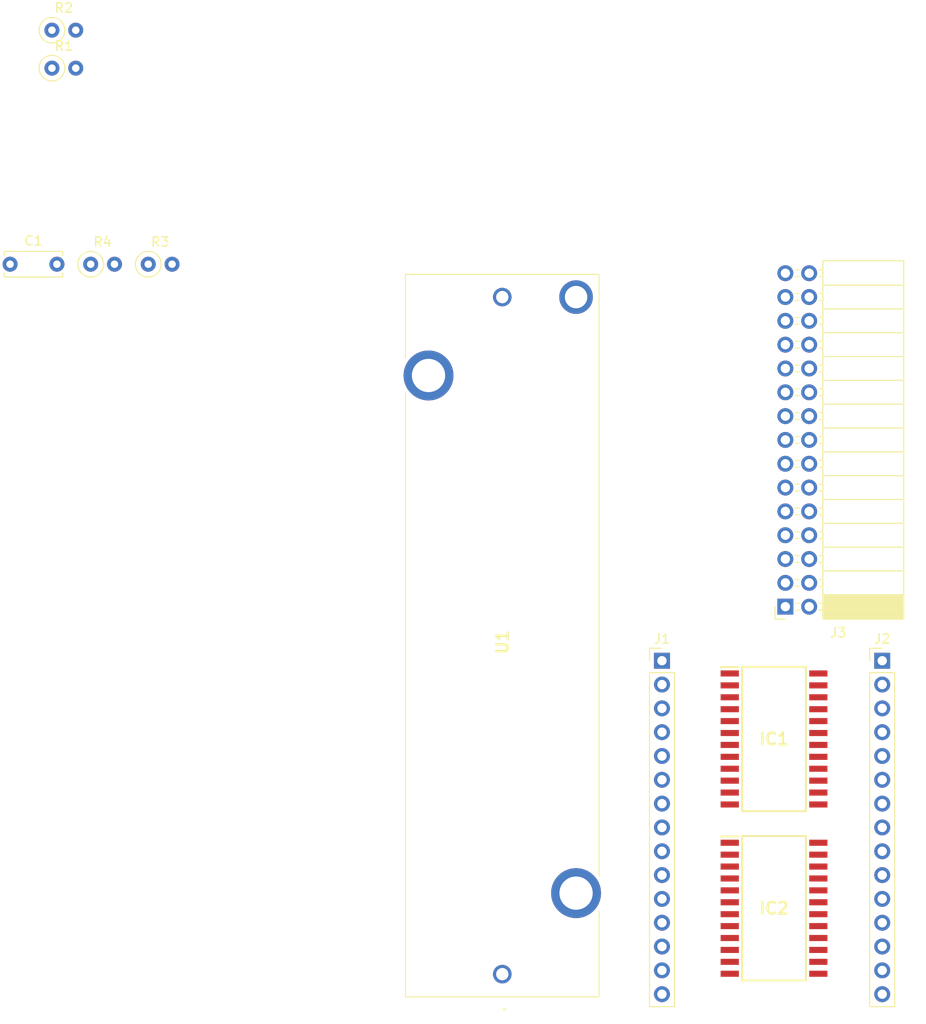
<source format=kicad_pcb>
(kicad_pcb (version 20211014) (generator pcbnew)
  (layers (0 "F.Cu" signal) (31 "B.Cu" signal) (34 "B.Paste" user) (35 "F.Paste" user) (36 "B.SilkS" user "B.Silkscreen") (37 "F.SilkS" user "F.Silkscreen") (38 "B.Mask" user) (39 "F.Mask" user) (44 "Edge.Cuts" user))
  (net 0 "")
  (net 1 "A0")
  (net 2 "RSV1")
  (net 3 "RSV2")
  (net 4 "SD3")
  (net 5 "SD2")
  (net 6 "SD1")
  (net 7 "CMD")
  (net 8 "SDO")
  (net 9 "CLK")
  (net 10 "GND")
  (net 11 "3V#3")
  (net 12 "EN")
  (net 13 "DO")
  (net 14 "VIN")
  (net 15 "D1")
  (net 16 "D2")
  (net 17 "D3")
  (net 18 "D4")
  (net 19 "3V#1")
  (net 20 "D5")
  (net 21 "D6")
  (net 22 "D7")
  (net 23 "D8")
  (net 24 "RX")
  (net 25 "TX")
  (net 26 "3V#2")
  (net 27 "Net-(IC1-Pad1)")
  (net 28 "7B")
  (net 29 "6B")
  (net 30 "5B")
  (net 31 "4B")
  (net 32 "3B")
  (net 33 "2B")
  (net 34 "1B")
  (net 35 "Net-(IC2-Pad9)")
  (net 36 "15B")
  (net 37 "14B")
  (net 38 "13B")
  (net 39 "12B")
  (net 40 "11B")
  (net 41 "10B")
  (net 42 "9B")
  (net 43 "8B")
  (net 44 "7A")
  (net 45 "6A")
  (net 46 "5A")
  (net 47 "4A")
  (net 48 "3A")
  (net 49 "2A")
  (net 50 "1A")
  (net 51 "15A")
  (net 52 "14A")
  (net 53 "13A")
  (net 54 "12A")
  (net 55 "11A")
  (net 56 "10A")
  (net 57 "9A")
  (net 58 "8A")
  (footprint "Resistor_THT:R_Axial_DIN0207_L6.3mm_D2.5mm_P2.54mm_Vertical" (layer "F.Cu") (at 89.78908 52.826146)
    (fp_text reference "R4" (at 1.27 -2.37) (layer "F.SilkS"))
    (fp_text value "10k")
    (fp_line (start 1.37 0) (end 1.44 0) (layer "F.SilkS") (width 0.12))
    (fp_circle (center 0 0) (end 1.37 0) (layer "F.SilkS") (width 0.12) (fill none))
    (pad "1" thru_hole circle locked (at 0 0) (size 1.6 1.6) (drill 0.8) (layers *.Cu *.Mask) (net 22 "D7"))
    (pad "2" thru_hole oval locked (at 2.54 0) (size 1.6 1.6) (drill 0.8) (layers *.Cu *.Mask) (net 10 "GND"))
  )
  (footprint "Connector_PinHeader_2.54mm:PinHeader_1x15_P2.54mm_Vertical" (layer "F.Cu") (at 174.224989 95.110432)
    (fp_text reference "J2" (at 0 -2.33) (layer "F.SilkS"))
    (fp_text value "Conn_01x15")
    (fp_line (start -1.33 1.27) (end -1.33 36.89) (layer "F.SilkS") (width 0.12))
    (fp_line (start 1.33 1.27) (end 1.33 36.89) (layer "F.SilkS") (width 0.12))
    (fp_line (start -1.33 0) (end -1.33 -1.33) (layer "F.SilkS") (width 0.12))
    (fp_line (start -1.33 36.89) (end 1.33 36.89) (layer "F.SilkS") (width 0.12))
    (fp_line (start -1.33 1.27) (end 1.33 1.27) (layer "F.SilkS") (width 0.12))
    (fp_line (start -1.33 -1.33) (end 0 -1.33) (layer "F.SilkS") (width 0.12))
    (pad "1" thru_hole rect locked (at 0 0) (size 1.7 1.7) (drill 1) (layers *.Cu *.Mask) (net 13 "DO"))
    (pad "2" thru_hole oval locked (at 0 2.54) (size 1.7 1.7) (drill 1) (layers *.Cu *.Mask) (net 15 "D1"))
    (pad "3" thru_hole oval locked (at 0 5.08) (size 1.7 1.7) (drill 1) (layers *.Cu *.Mask) (net 16 "D2"))
    (pad "4" thru_hole oval locked (at 0 7.62) (size 1.7 1.7) (drill 1) (layers *.Cu *.Mask) (net 17 "D3"))
    (pad "5" thru_hole oval locked (at 0 10.16) (size 1.7 1.7) (drill 1) (layers *.Cu *.Mask) (net 18 "D4"))
    (pad "6" thru_hole oval locked (at 0 12.7) (size 1.7 1.7) (drill 1) (layers *.Cu *.Mask) (net 19 "3V#1"))
    (pad "7" thru_hole oval locked (at 0 15.24) (size 1.7 1.7) (drill 1) (layers *.Cu *.Mask) (net 10 "GND"))
    (pad "8" thru_hole oval locked (at 0 17.78) (size 1.7 1.7) (drill 1) (layers *.Cu *.Mask) (net 20 "D5"))
    (pad "9" thru_hole oval locked (at 0 20.32) (size 1.7 1.7) (drill 1) (layers *.Cu *.Mask) (net 21 "D6"))
    (pad "10" thru_hole oval locked (at 0 22.86) (size 1.7 1.7) (drill 1) (layers *.Cu *.Mask) (net 22 "D7"))
    (pad "11" thru_hole oval locked (at 0 25.4) (size 1.7 1.7) (drill 1) (layers *.Cu *.Mask) (net 23 "D8"))
    (pad "12" thru_hole oval locked (at 0 27.94) (size 1.7 1.7) (drill 1) (layers *.Cu *.Mask) (net 24 "RX"))
    (pad "13" thru_hole oval locked (at 0 30.48) (size 1.7 1.7) (drill 1) (layers *.Cu *.Mask) (net 25 "TX"))
    (pad "14" thru_hole oval locked (at 0 33.02) (size 1.7 1.7) (drill 1) (layers *.Cu *.Mask) (net 10 "GND"))
    (pad "15" thru_hole oval locked (at 0 35.56) (size 1.7 1.7) (drill 1) (layers *.Cu *.Mask) (net 26 "3V#2"))
  )
  (footprint "Resistor_THT:R_Axial_DIN0207_L6.3mm_D2.5mm_P2.54mm_Vertical" (layer "F.Cu") (at 85.654047 27.869494)
    (fp_text reference "R2" (at 1.27 -2.37) (layer "F.SilkS"))
    (fp_text value "10K")
    (fp_line (start 1.37 0) (end 1.44 0) (layer "F.SilkS") (width 0.12))
    (fp_circle (center 0 0) (end 1.37 0) (layer "F.SilkS") (width 0.12) (fill none))
    (pad "1" thru_hole circle locked (at 0 0) (size 1.6 1.6) (drill 0.8) (layers *.Cu *.Mask) (net 14 "VIN"))
    (pad "2" thru_hole oval locked (at 2.54 0) (size 1.6 1.6) (drill 0.8) (layers *.Cu *.Mask) (net 27 "Net-(IC1-Pad1)"))
  )
  (footprint "Resistor_THT:R_Axial_DIN0207_L6.3mm_D2.5mm_P2.54mm_Vertical" (layer "F.Cu") (at 85.654047 31.919494)
    (fp_text reference "R1" (at 1.27 -2.37) (layer "F.SilkS"))
    (fp_text value "1M")
    (fp_line (start 1.37 0) (end 1.44 0) (layer "F.SilkS") (width 0.12))
    (fp_circle (center 0 0) (end 1.37 0) (layer "F.SilkS") (width 0.12) (fill none))
    (pad "1" thru_hole circle locked (at 0 0) (size 1.6 1.6) (drill 0.8) (layers *.Cu *.Mask) (net 1 "A0"))
    (pad "2" thru_hole oval locked (at 2.54 0) (size 1.6 1.6) (drill 0.8) (layers *.Cu *.Mask) (net 10 "GND"))
  )
  (footprint "Resistor_THT:R_Axial_DIN0207_L6.3mm_D2.5mm_P2.54mm_Vertical" (layer "F.Cu") (at 95.92908 52.826146)
    (fp_text reference "R3" (at 1.27 -2.37) (layer "F.SilkS"))
    (fp_text value "10k")
    (fp_line (start 1.37 0) (end 1.44 0) (layer "F.SilkS") (width 0.12))
    (fp_circle (center 0 0) (end 1.37 0) (layer "F.SilkS") (width 0.12) (fill none))
    (pad "1" thru_hole circle locked (at 0 0) (size 1.6 1.6) (drill 0.8) (layers *.Cu *.Mask) (net 22 "D7"))
    (pad "2" thru_hole oval locked (at 2.54 0) (size 1.6 1.6) (drill 0.8) (layers *.Cu *.Mask) (net 10 "GND"))
  )
  (footprint "Connector_PinSocket_2.54mm:PinSocket_2x15_P2.54mm_Horizontal" (layer "F.Cu") (at 163.892539 89.346191 180)
    (fp_text reference "J3" (at -5.65 -2.77) (layer "F.SilkS"))
    (fp_text value "Conn_02x15_Odd_Even")
    (fp_line (start -12.63 31.75) (end -4 31.75) (layer "F.SilkS") (width 0.12))
    (fp_line (start -1.49 13.06) (end -1.05 13.06) (layer "F.SilkS") (width 0.12))
    (fp_line (start -4 20.68) (end -3.59 20.68) (layer "F.SilkS") (width 0.12))
    (fp_line (start -12.63 0.561425) (end -4 0.561425) (layer "F.SilkS") (width 0.12))
    (fp_line (start -12.63 -0.50143) (end -4 -0.50143) (layer "F.SilkS") (width 0.12))
    (fp_line (start -4 9.8) (end -3.59 9.8) (layer "F.SilkS") (width 0.12))
    (fp_line (start -4 2.18) (end -3.59 2.18) (layer "F.SilkS") (width 0.12))
    (fp_line (start -1.49 7.98) (end -1.05 7.98) (layer "F.SilkS") (width 0.12))
    (fp_line (start -4 2.9) (end -3.59 2.9) (layer "F.SilkS") (width 0.12))
    (fp_line (start -4 35.2) (end -3.59 35.2) (layer "F.SilkS") (width 0.12))
    (fp_line (start -4 33.38) (end -3.59 33.38) (layer "F.SilkS") (width 0.12))
    (fp_line (start -4 25.04) (end -3.59 25.04) (layer "F.SilkS") (width 0.12))
    (fp_line (start -12.63 36.89) (end -4 36.89) (layer "F.SilkS") (width 0.12))
    (fp_line (start -1.49 4.72) (end -1.05 4.72) (layer "F.SilkS") (width 0.12))
    (fp_line (start -12.63 16.51) (end -4 16.51) (layer "F.SilkS") (width 0.12))
    (fp_line (start -4 14.88) (end -3.59 14.88) (layer "F.SilkS") (width 0.12))
    (fp_line (start -12.63 0.089045) (end -4 0.089045) (layer "F.SilkS") (width 0.12))
    (fp_line (start -12.63 29.21) (end -4 29.21) (layer "F.SilkS") (width 0.12))
    (fp_line (start -12.63 -0.619525) (end -4 -0.619525) (layer "F.SilkS") (width 0.12))
    (fp_line (start -4 19.96) (end -3.59 19.96) (layer "F.SilkS") (width 0.12))
    (fp_line (start -4 5.44) (end -3.59 5.44) (layer "F.SilkS") (width 0.12))
    (fp_line (start -1.49 19.96) (end -1.05 19.96) (layer "F.SilkS") (width 0.12))
    (fp_line (start -4 12.34) (end -3.59 12.34) (layer "F.SilkS") (width 0.12))
    (fp_line (start -12.63 34.29) (end -4 34.29) (layer "F.SilkS") (width 0.12))
    (fp_line (start -4 4.72) (end -3.59 4.72) (layer "F.SilkS") (width 0.12))
    (fp_line (start -1.49 27.58) (end -1.05 27.58) (layer "F.SilkS") (width 0.12))
    (fp_line (start -12.63 0.67952) (end -4 0.67952) (layer "F.SilkS") (width 0.12))
    (fp_line (start -4 30.84) (end -3.59 30.84) (layer "F.SilkS") (width 0.12))
    (fp_line (start -12.63 -1.33) (end -12.63 36.89) (layer "F.SilkS") (width 0.12))
    (fp_line (start -1.49 35.2) (end -1.05 35.2) (layer "F.SilkS") (width 0.12))
    (fp_line (start -12.63 6.35) (end -4 6.35) (layer "F.SilkS") (width 0.12))
    (fp_line (start -4 18.14) (end -3.59 18.14) (layer "F.SilkS") (width 0.12))
    (fp_line (start -1.49 14.88) (end -1.05 14.88) (layer "F.SilkS") (width 0.12))
    (fp_line (start -4 25.76) (end -3.59 25.76) (layer "F.SilkS") (width 0.12))
    (fp_line (start -12.63 -0.97381) (end -4 -0.97381) (layer "F.SilkS") (width 0.12))
    (fp_line (start -4 15.6) (end -3.59 15.6) (layer "F.SilkS") (width 0.12))
    (fp_line (start -12.63 1.1519) (end -4 1.1519) (layer "F.SilkS") (width 0.12))
    (fp_line (start -1.49 35.92) (end -1.05 35.92) (layer "F.SilkS") (width 0.12))
    (fp_line (start -12.63 -1.091905) (end -4 -1.091905) (layer "F.SilkS") (width 0.12))
    (fp_line (start 1.11 -1.33) (end 1.11 0) (layer "F.SilkS") (width 0.12))
    (fp_line (start -4 13.06) (end -3.59 13.06) (layer "F.SilkS") (width 0.12))
    (fp_line (start -1.49 32.66) (end -1.05 32.66) (layer "F.SilkS") (width 0.12))
    (fp_line (start -1.49 28.3) (end -1.05 28.3) (layer "F.SilkS") (width 0.12))
    (fp_line (start -12.63 -1.33) (end -4 -1.33) (layer "F.SilkS") (width 0.12))
    (fp_line (start -12.63 1.033805) (end -4 1.033805) (layer "F.SilkS") (width 0.12))
    (fp_line (start -1.49 20.68) (end -1.05 20.68) (layer "F.SilkS") (width 0.12))
    (fp_line (start -1.49 7.26) (end -1.05 7.26) (layer "F.SilkS") (width 0.12))
    (fp_line (start -12.63 3.81) (end -4 3.81) (layer "F.SilkS") (width 0.12))
    (fp_line (start -12.63 -1.21) (end -4 -1.21) (layer "F.SilkS") (width 0.12))
    (fp_line (start -1.49 9.8) (end -1.05 9.8) (layer "F.SilkS") (width 0.12))
    (fp_line (start -4 -0.36) (end -3.59 -0.36) (layer "F.SilkS") (width 0.12))
    (fp_line (start -1.49 0.36) (end -1.11 0.36) (layer "F.SilkS") (width 0.12))
    (fp_line (start -12.63 -0.147145) (end -4 -0.147145) (layer "F.SilkS") (width 0.12))
    (fp_line (start -1.49 23.22) (end -1.05 23.22) (layer "F.SilkS") (width 0.12))
    (fp_line (start -12.63 -0.383335) (end -4 -0.383335) (layer "F.SilkS") (width 0.12))
    (fp_line (start -4 0.36) (end -3.59 0.36) (layer "F.SilkS") (width 0.12))
    (fp_line (start -1.49 25.76) (end -1.05 25.76) (layer "F.SilkS") (width 0.12))
    (fp_line (start -1.49 2.9) (end -1.05 2.9) (layer "F.SilkS") (width 0.12))
    (fp_line (start -1.49 30.84) (end -1.05 30.84) (layer "F.SilkS") (width 0.12))
    (fp_line (start -4 35.92) (end -3.59 35.92) (layer "F.SilkS") (width 0.12))
    (fp_line (start -12.63 1.27) (end -4 1.27) (layer "F.SilkS") (width 0.12))
    (fp_line (start -1.49 22.5) (end -1.05 22.5) (layer "F.SilkS") (width 0.12))
    (fp_line (start -4 22.5) (end -3.59 22.5) (layer "F.SilkS") (width 0.12))
    (fp_line (start -4 32.66) (end -3.59 32.66) (layer "F.SilkS") (width 0.12))
    (fp_line (start -12.63 13.97) (end -4 13.97) (layer "F.SilkS") (width 0.12))
    (fp_line (start -1.49 18.14) (end -1.05 18.14) (layer "F.SilkS") (width 0.12))
    (fp_line (start -4 28.3) (end -3.59 28.3) (layer "F.SilkS") (width 0.12))
    (fp_line (start -12.63 0.797615) (end -4 0.797615) (layer "F.SilkS") (width 0.12))
    (fp_line (start -4 -1.33) (end -4 36.89) (layer "F.SilkS") (width 0.12))
    (fp_line (start -1.49 25.04) (end -1.05 25.04) (layer "F.SilkS") (width 0.12))
    (fp_line (start -1.49 15.6) (end -1.05 15.6) (layer "F.SilkS") (width 0.12))
    (fp_line (start -12.63 -0.855715) (end -4 -0.855715) (layer "F.SilkS") (width 0.12))
    (fp_line (start -4 30.12) (end -3.59 30.12) (layer "F.SilkS") (width 0.12))
    (fp_line (start -12.63 26.67) (end -4 26.67) (layer "F.SilkS") (width 0.12))
    (fp_line (start -12.63 -0.73762) (end -4 -0.73762) (layer "F.SilkS") (width 0.12))
    (fp_line (start -1.49 12.34) (end -1.05 12.34) (layer "F.SilkS") (width 0.12))
    (fp_line (start -1.49 2.18) (end -1.05 2.18) (layer "F.SilkS") (width 0.12))
    (fp_line (start 0 -1.33) (end 1.11 -1.33) (layer "F.SilkS") (width 0.12))
    (fp_line (start -1.49 30.12) (end -1.05 30.12) (layer "F.SilkS") (width 0.12))
    (fp_line (start -12.63 0.91571) (end -4 0.91571) (layer "F.SilkS") (width 0.12))
    (fp_line (start -12.63 -0.26524) (end -4 -0.26524) (layer "F.SilkS") (width 0.12))
    (fp_line (start -12.63 24.13) (end -4 24.13) (layer "F.SilkS") (width 0.12))
    (fp_line (start -1.49 10.52) (end -1.05 10.52) (layer "F.SilkS") (width 0.12))
    (fp_line (start -12.63 21.59) (end -4 21.59) (layer "F.SilkS") (width 0.12))
    (fp_line (start -1.49 17.42) (end -1.05 17.42) (layer "F.SilkS") (width 0.12))
    (fp_line (start -12.63 0.325235) (end -4 0.325235) (layer "F.SilkS") (width 0.12))
    (fp_line (start -4 7.26) (end -3.59 7.26) (layer "F.SilkS") (width 0.12))
    (fp_line (start -4 7.98) (end -3.59 7.98) (layer "F.SilkS") (width 0.12))
    (fp_line (start -4 23.22) (end -3.59 23.22) (layer "F.SilkS") (width 0.12))
    (fp_line (start -1.49 -0.36) (end -1.11 -0.36) (layer "F.SilkS") (width 0.12))
    (fp_line (start -12.63 -0.02905) (end -4 -0.02905) (layer "F.SilkS") (width 0.12))
    (fp_line (start -12.63 11.43) (end -4 11.43) (layer "F.SilkS") (width 0.12))
    (fp_line (start -4 10.52) (end -3.59 10.52) (layer "F.SilkS") (width 0.12))
    (fp_line (start -1.49 33.38) (end -1.05 33.38) (layer "F.SilkS") (width 0.12))
    (fp_line (start -12.63 8.89) (end -4 8.89) (layer "F.SilkS") (width 0.12))
    (fp_line (start -4 17.42) (end -3.59 17.42) (layer "F.SilkS") (width 0.12))
    (fp_line (start -12.63 0.44333) (end -4 0.44333) (layer "F.SilkS") (width 0.12))
    (fp_line (start -12.63 0.20714) (end -4 0.20714) (layer "F.SilkS") (width 0.12))
    (fp_line (start -12.63 19.05) (end -4 19.05) (layer "F.SilkS") (width 0.12))
    (fp_line (start -4 27.58) (end -3.59 27.58) (layer "F.SilkS") (width 0.12))
    (fp_line (start -1.49 5.44) (end -1.05 5.44) (layer "F.SilkS") (width 0.12))
    (pad "1" thru_hole rect locked (at 0 0 180) (size 1.7 1.7) (drill 1) (layers *.Cu *.Mask) (net 34 "1B"))
    (pad "2" thru_hole oval locked (at -2.54 0 180) (size 1.7 1.7) (drill 1) (layers *.Cu *.Mask) (net 50 "1A"))
    (pad "3" thru_hole oval locked (at 0 2.54 180) (size 1.7 1.7) (drill 1) (layers *.Cu *.Mask) (net 33 "2B"))
    (pad "4" thru_hole oval locked (at -2.54 2.54 180) (size 1.7 1.7) (drill 1) (layers *.Cu *.Mask) (net 49 "2A"))
    (pad "5" thru_hole oval locked (at 0 5.08 180) (size 1.7 1.7) (drill 1) (layers *.Cu *.Mask) (net 32 "3B"))
    (pad "6" thru_hole oval locked (at -2.54 5.08 180) (size 1.7 1.7) (drill 1) (layers *.Cu *.Mask) (net 48 "3A"))
    (pad "7" thru_hole oval locked (at 0 7.62 180) (size 1.7 1.7) (drill 1) (layers *.Cu *.Mask) (net 31 "4B"))
    (pad "8" thru_hole oval locked (at -2.54 7.62 180) (size 1.7 1.7) (drill 1) (layers *.Cu *.Mask) (net 47 "4A"))
    (pad "9" thru_hole oval locked (at 0 10.16 180) (size 1.7 1.7) (drill 1) (layers *.Cu *.Mask) (net 30 "5B"))
    (pad "10" thru_hole oval locked (at -2.54 10.16 180) (size 1.7 1.7) (drill 1) (layers *.Cu *.Mask) (net 46 "5A"))
    (pad "11" thru_hole oval locked (at 0 12.7 180) (size 1.7 1.7) (drill 1) (layers *.Cu *.Mask) (net 29 "6B"))
    (pad "12" thru_hole oval locked (at -2.54 12.7 180) (size 1.7 1.7) (drill 1) (layers *.Cu *.Mask) (net 45 "6A"))
    (pad "13" thru_hole oval locked (at 0 15.24 180) (size 1.7 1.7) (drill 1) (layers *.Cu *.Mask) (net 28 "7B"))
    (pad "14" thru_hole oval locked (at -2.54 15.24 180) (size 1.7 1.7) (drill 1) (layers *.Cu *.Mask) (net 44 "7A"))
    (pad "15" thru_hole oval locked (at 0 17.78 180) (size 1.7 1.7) (drill 1) (layers *.Cu *.Mask) (net 43 "8B"))
    (pad "16" thru_hole oval locked (at -2.54 17.78 180) (size 1.7 1.7) (drill 1) (layers *.Cu *.Mask) (net 58 "8A"))
    (pad "17" thru_hole oval locked (at 0 20.32 180) (size 1.7 1.7) (drill 1) (layers *.Cu *.Mask) (net 42 "9B"))
    (pad "18" thru_hole oval locked (at -2.54 20.32 180) (size 1.7 1.7) (drill 1) (layers *.Cu *.Mask) (net 57 "9A"))
    (pad "19" thru_hole oval locked (at 0 22.86 180) (size 1.7 1.7) (drill 1) (layers *.Cu *.Mask) (net 41 "10B"))
    (pad "20" thru_hole oval locked (at -2.54 22.86 180) (size 1.7 1.7) (drill 1) (layers *.Cu *.Mask) (net 56 "10A"))
    (pad "21" thru_hole oval locked (at 0 25.4 180) (size 1.7 1.7) (drill 1) (layers *.Cu *.Mask) (net 40 "11B"))
    (pad "22" thru_hole oval locked (at -2.54 25.4 180) (size 1.7 1.7) (drill 1) (layers *.Cu *.Mask) (net 55 "11A"))
    (pad "23" thru_hole oval locked (at 0 27.94 180) (size 1.7 1.7) (drill 1) (layers *.Cu *.Mask) (net 39 "12B"))
    (pad "24" thru_hole oval locked (at -2.54 27.94 180) (size 1.7 1.7) (drill 1) (layers *.Cu *.Mask) (net 54 "12A"))
    (pad "25" thru_hole oval locked (at 0 30.48 180) (size 1.7 1.7) (drill 1) (layers *.Cu *.Mask) (net 38 "13B"))
    (pad "26" thru_hole oval locked (at -2.54 30.48 180) (size 1.7 1.7) (drill 1) (layers *.Cu *.Mask) (net 53 "13A"))
    (pad "27" thru_hole oval locked (at 0 33.02 180) (size 1.7 1.7) (drill 1) (layers *.Cu *.Mask) (net 37 "14B"))
    (pad "28" thru_hole oval locked (at -2.54 33.02 180) (size 1.7 1.7) (drill 1) (layers *.Cu *.Mask) (net 52 "14A"))
    (pad "29" thru_hole oval locked (at 0 35.56 180) (size 1.7 1.7) (drill 1) (layers *.Cu *.Mask) (net 36 "15B"))
    (pad "30" thru_hole oval locked (at -2.54 35.56 180) (size 1.7 1.7) (drill 1) (layers *.Cu *.Mask) (net 51 "15A"))
  )
  (footprint "Connector_PinHeader_2.54mm:PinHeader_1x15_P2.54mm_Vertical" (layer "F.Cu") (at 150.729989 95.110432)
    (fp_text reference "J1" (at 0 -2.33) (layer "F.SilkS"))
    (fp_text value "Conn_01x15")
    (fp_line (start 1.33 1.27) (end 1.33 36.89) (layer "F.SilkS") (width 0.12))
    (fp_line (start -1.33 -1.33) (end 0 -1.33) (layer "F.SilkS") (width 0.12))
    (fp_line (start -1.33 1.27) (end -1.33 36.89) (layer "F.SilkS") (width 0.12))
    (fp_line (start -1.33 1.27) (end 1.33 1.27) (layer "F.SilkS") (width 0.12))
    (fp_line (start -1.33 0) (end -1.33 -1.33) (layer "F.SilkS") (width 0.12))
    (fp_line (start -1.33 36.89) (end 1.33 36.89) (layer "F.SilkS") (width 0.12))
    (pad "1" thru_hole rect locked (at 0 0) (size 1.7 1.7) (drill 1) (layers *.Cu *.Mask) (net 1 "A0"))
    (pad "2" thru_hole oval locked (at 0 2.54) (size 1.7 1.7) (drill 1) (layers *.Cu *.Mask) (net 2 "RSV1"))
    (pad "3" thru_hole oval locked (at 0 5.08) (size 1.7 1.7) (drill 1) (layers *.Cu *.Mask) (net 3 "RSV2"))
    (pad "4" thru_hole oval locked (at 0 7.62) (size 1.7 1.7) (drill 1) (layers *.Cu *.Mask) (net 4 "SD3"))
    (pad "5" thru_hole oval locked (at 0 10.16) (size 1.7 1.7) (drill 1) (layers *.Cu *.Mask) (net 5 "SD2"))
    (pad "6" thru_hole oval locked (at 0 12.7) (size 1.7 1.7) (drill 1) (layers *.Cu *.Mask) (net 6 "SD1"))
    (pad "7" thru_hole oval locked (at 0 15.24) (size 1.7 1.7) (drill 1) (layers *.Cu *.Mask) (net 7 "CMD"))
    (pad "8" thru_hole oval locked (at 0 17.78) (size 1.7 1.7) (drill 1) (layers *.Cu *.Mask) (net 8 "SDO"))
    (pad "9" thru_hole oval locked (at 0 20.32) (size 1.7 1.7) (drill 1) (layers *.Cu *.Mask) (net 9 "CLK"))
    (pad "10" thru_hole oval locked (at 0 22.86) (size 1.7 1.7) (drill 1) (layers *.Cu *.Mask) (net 10 "GND"))
    (pad "11" thru_hole oval locked (at 0 25.4) (size 1.7 1.7) (drill 1) (layers *.Cu *.Mask) (net 11 "3V#3"))
    (pad "12" thru_hole oval locked (at 0 27.94) (size 1.7 1.7) (drill 1) (layers *.Cu *.Mask) (net 12 "EN"))
    (pad "13" thru_hole oval locked (at 0 30.48) (size 1.7 1.7) (drill 1) (layers *.Cu *.Mask) (net 13 "DO"))
    (pad "14" thru_hole oval locked (at 0 33.02) (size 1.7 1.7) (drill 1) (layers *.Cu *.Mask) (net 10 "GND"))
    (pad "15" thru_hole oval locked (at 0 35.56) (size 1.7 1.7) (drill 1) (layers *.Cu *.Mask) (net 14 "VIN"))
  )
  (footprint "SamacSys_Parts:1043" (layer "F.Cu") (at 133.696164 128.533301 90)
    (fp_text reference "U1" (at 35.413 0 90) (layer "F.SilkS") (effects (font (size 1.27 1.27) (thickness 0.254))))
    (fp_text value "1043" hide)
    (fp_line (start -2.425 -10.325) (end -2.425 10.325) (layer "F.SilkS") (width 0.1))
    (fp_line (start 74.625 10.325) (end 10.46 10.325) (layer "F.SilkS") (width 0.1))
    (fp_line (start 74.625 -10.325) (end 74.625 -10.325) (layer "F.SilkS") (width 0.1))
    (fp_line (start 74.625 10.325) (end 74.625 -10.325) (layer "F.SilkS") (width 0.1))
    (fp_line (start -3.7 0.25) (end -3.7 0.25) (layer "F.SilkS") (width 0.2))
    (fp_line (start -2.425 10.325) (end -2.425 -10.325) (layer "F.SilkS") (width 0.1))
    (fp_line (start 74.625 10.325) (end 74.625 10.325) (layer "F.SilkS") (width 0.1))
    (fp_line (start -2.425 10.325) (end 6.71 10.325) (layer "F.SilkS") (width 0.1))
    (fp_line (start -3.8 0.25) (end -3.8 0.25) (layer "F.SilkS") (width 0.2))
    (fp_line (start 65.71 -10.325) (end 65.71 -10.325) (layer "F.SilkS") (width 0.1))
    (fp_line (start 61.96 -10.325) (end -2.425 -10.325) (layer "F.SilkS") (width 0.1))
    (fp_line (start -2.425 -10.325) (end 61.96 -10.325) (layer "F.SilkS") (width 0.1))
    (fp_line (start -2.425 -10.325) (end -2.425 -10.325) (layer "F.SilkS") (width 0.1))
    (fp_line (start 65.71 -10.325) (end 74.625 -10.325) (layer "F.SilkS") (width 0.1))
    (fp_line (start 10.46 10.325) (end 74.625 10.325) (layer "F.SilkS") (width 0.1))
    (fp_line (start 10.46 10.325) (end 10.46 10.325) (layer "F.SilkS") (width 0.1))
    (fp_line (start -2.425 10.325) (end -2.425 10.325) (layer "F.SilkS") (width 0.1))
    (fp_line (start 6.71 10.325) (end 6.71 10.325) (layer "F.SilkS") (width 0.1))
    (fp_line (start 61.96 -10.325) (end 61.96 -10.325) (layer "F.SilkS") (width 0.1))
    (fp_line (start -2.425 10.325) (end -2.425 10.325) (layer "F.SilkS") (width 0.1))
    (fp_line (start 74.625 -10.325) (end 65.71 -10.325) (layer "F.SilkS") (width 0.1))
    (fp_line (start 74.625 -10.325) (end 74.625 10.325) (layer "F.SilkS") (width 0.1))
    (fp_line (start -3.8 0.25) (end -3.8 0.25) (layer "F.SilkS") (width 0.2))
    (fp_line (start 6.71 10.325) (end -2.425 10.325) (layer "F.SilkS") (width 0.1))
    (fp_line (start 74.625 10.325) (end 74.625 10.325) (layer "F.SilkS") (width 0.1))
    (fp_line (start -2.425 -10.325) (end -2.425 -10.325) (layer "F.SilkS") (width 0.1))
    (fp_line (start 74.625 -10.325) (end 74.625 -10.325) (layer "F.SilkS") (width 0.1))
    (fp_arc (start -3.8 0.25) (mid -3.75 0.2) (end -3.7 0.25) (layer "F.SilkS") (width 0.2))
    (fp_arc (start -3.7 0.25) (mid -3.75 0.3) (end -3.8 0.25) (layer "F.SilkS") (width 0.2))
    (fp_arc (start -3.7 0.25) (mid -3.75 0.3) (end -3.8 0.25) (layer "F.SilkS") (width 0.2))
    (pad "1" thru_hole circle locked (at 0 0 90) (size 1.98 1.98) (drill 1.32) (layers *.Cu *.Mask) (net 14 "VIN"))
    (pad "2" thru_hole circle locked (at 72.2 0 90) (size 1.98 1.98) (drill 1.32) (layers *.Cu *.Mask) (net 10 "GND"))
    (pad "MH1" thru_hole circle locked (at 8.64 7.87 90) (size 5.325 5.325) (drill 3.55) (layers *.Cu *.Mask) (net 14 "VIN"))
    (pad "MH2" thru_hole circle locked (at 72.2 7.87 90) (size 3.585 3.585) (drill 2.39) (layers *.Cu *.Mask) (net 10 "GND"))
    (pad "MH3" thru_hole circle locked (at 63.84 -7.87 90) (size 5.325 5.325) (drill 3.55) (layers *.Cu *.Mask) (net 10 "GND"))
  )
  (footprint "SamacSys_Parts:SOIC127P1030X265-24N" (layer "F.Cu") (at 162.684664 103.454842)
    (fp_text reference "IC1" (at 0 0) (layer "F.SilkS") (effects (font (size 1.27 1.27) (thickness 0.254))))
    (fp_text value "CD74HC4067M96" hide)
    (fp_line (start -3.4 7.7) (end -3.4 -7.7) (layer "F.SilkS") (width 0.2))
    (fp_line (start -3.4 -7.7) (end 3.4 -7.7) (layer "F.SilkS") (width 0.2))
    (fp_line (start -5.7 -7.66) (end -3.75 -7.66) (layer "F.SilkS") (width 0.2))
    (fp_line (start 3.4 -7.7) (end 3.4 7.7) (layer "F.SilkS") (width 0.2))
    (fp_line (start 3.4 7.7) (end -3.4 7.7) (layer "F.SilkS") (width 0.2))
    (pad "1" smd rect locked (at -4.725 -6.985 90) (size 0.65 1.95) (layers "F.Cu" "F.Paste" "F.Mask") (net 27 "Net-(IC1-Pad1)"))
    (pad "2" smd rect locked (at -4.725 -5.715 90) (size 0.65 1.95) (layers "F.Cu" "F.Paste" "F.Mask") (net 28 "7B"))
    (pad "3" smd rect locked (at -4.725 -4.445 90) (size 0.65 1.95) (layers "F.Cu" "F.Paste" "F.Mask") (net 29 "6B"))
    (pad "4" smd rect locked (at -4.725 -3.175 90) (size 0.65 1.95) (layers "F.Cu" "F.Paste" "F.Mask") (net 30 "5B"))
    (pad "5" smd rect locked (at -4.725 -1.905 90) (size 0.65 1.95) (layers "F.Cu" "F.Paste" "F.Mask") (net 31 "4B"))
    (pad "6" smd rect locked (at -4.725 -0.635 90) (size 0.65 1.95) (layers "F.Cu" "F.Paste" "F.Mask") (net 32 "3B"))
    (pad "7" smd rect locked (at -4.725 0.635 90) (size 0.65 1.95) (layers "F.Cu" "F.Paste" "F.Mask") (net 33 "2B"))
    (pad "8" smd rect locked (at -4.725 1.905 90) (size 0.65 1.95) (layers "F.Cu" "F.Paste" "F.Mask") (net 34 "1B"))
    (pad "9" smd rect locked (at -4.725 3.175 90) (size 0.65 1.95) (layers "F.Cu" "F.Paste" "F.Mask") (net 35 "Net-(IC2-Pad9)"))
    (pad "10" smd rect locked (at -4.725 4.445 90) (size 0.65 1.95) (layers "F.Cu" "F.Paste" "F.Mask") (net 15 "D1"))
    (pad "11" smd rect locked (at -4.725 5.715 90) (size 0.65 1.95) (layers "F.Cu" "F.Paste" "F.Mask") (net 16 "D2"))
    (pad "12" smd rect locked (at -4.725 6.985 90) (size 0.65 1.95) (layers "F.Cu" "F.Paste" "F.Mask") (net 10 "GND"))
    (pad "13" smd rect locked (at 4.725 6.985 90) (size 0.65 1.95) (layers "F.Cu" "F.Paste" "F.Mask") (net 18 "D4"))
    (pad "14" smd rect locked (at 4.725 5.715 90) (size 0.65 1.95) (layers "F.Cu" "F.Paste" "F.Mask") (net 17 "D3"))
    (pad "15" smd rect locked (at 4.725 4.445 90) (size 0.65 1.95) (layers "F.Cu" "F.Paste" "F.Mask") (net 22 "D7"))
    (pad "16" smd rect locked (at 4.725 3.175 90) (size 0.65 1.95) (layers "F.Cu" "F.Paste" "F.Mask") (net 36 "15B"))
    (pad "17" smd rect locked (at 4.725 1.905 90) (size 0.65 1.95) (layers "F.Cu" "F.Paste" "F.Mask") (net 37 "14B"))
    (pad "18" smd rect locked (at 4.725 0.635 90) (size 0.65 1.95) (layers "F.Cu" "F.Paste" "F.Mask") (net 38 "13B"))
    (pad "19" smd rect locked (at 4.725 -0.635 90) (size 0.65 1.95) (layers "F.Cu" "F.Paste" "F.Mask") (net 39 "12B"))
    (pad "20" smd rect locked (at 4.725 -1.905 90) (size 0.65 1.95) (layers "F.Cu" "F.Paste" "F.Mask") (net 40 "11B"))
    (pad "21" smd rect locked (at 4.725 -3.175 90) (size 0.65 1.95) (layers "F.Cu" "F.Paste" "F.Mask") (net 41 "10B"))
    (pad "22" smd rect locked (at 4.725 -4.445 90) (size 0.65 1.95) (layers "F.Cu" "F.Paste" "F.Mask") (net 42 "9B"))
    (pad "23" smd rect locked (at 4.725 -5.715 90) (size 0.65 1.95) (layers "F.Cu" "F.Paste" "F.Mask") (net 43 "8B"))
    (pad "24" smd rect locked (at 4.725 -6.985 90) (size 0.65 1.95) (layers "F.Cu" "F.Paste" "F.Mask") (net 14 "VIN"))
  )
  (footprint "Capacitor_THT:C_Disc_D6.0mm_W2.5mm_P5.00mm" (layer "F.Cu") (at 81.18908 52.826146)
    (fp_text reference "C1" (at 2.5 -2.5) (layer "F.SilkS"))
    (fp_text value "0.1uF")
    (fp_line (start -0.62 -1.37) (end -0.62 -0.925) (layer "F.SilkS") (width 0.12))
    (fp_line (start -0.62 -1.37) (end 5.62 -1.37) (layer "F.SilkS") (width 0.12))
    (fp_line (start -0.62 1.37) (end 5.62 1.37) (layer "F.SilkS") (width 0.12))
    (fp_line (start -0.62 0.925) (end -0.62 1.37) (layer "F.SilkS") (width 0.12))
    (fp_line (start 5.62 0.925) (end 5.62 1.37) (layer "F.SilkS") (width 0.12))
    (fp_line (start 5.62 -1.37) (end 5.62 -0.925) (layer "F.SilkS") (width 0.12))
    (pad "1" thru_hole circle locked (at 0 0) (size 1.6 1.6) (drill 0.8) (layers *.Cu *.Mask) (net 14 "VIN"))
    (pad "2" thru_hole circle locked (at 5 0) (size 1.6 1.6) (drill 0.8) (layers *.Cu *.Mask) (net 10 "GND"))
  )
  (footprint "SamacSys_Parts:SOIC127P1030X265-24N" (layer "F.Cu") (at 162.684664 121.505863)
    (fp_text reference "IC2" (at 0 0) (layer "F.SilkS") (effects (font (size 1.27 1.27) (thickness 0.254))))
    (fp_text value "CD74HC4067M96" hide)
    (fp_line (start 3.4 -7.7) (end 3.4 7.7) (layer "F.SilkS") (width 0.2))
    (fp_line (start -3.4 -7.7) (end 3.4 -7.7) (layer "F.SilkS") (width 0.2))
    (fp_line (start 3.4 7.7) (end -3.4 7.7) (layer "F.SilkS") (width 0.2))
    (fp_line (start -3.4 7.7) (end -3.4 -7.7) (layer "F.SilkS") (width 0.2))
    (fp_line (start -5.7 -7.66) (end -3.75 -7.66) (layer "F.SilkS") (width 0.2))
    (pad "1" smd rect locked (at -4.725 -6.985 90) (size 0.65 1.95) (layers "F.Cu" "F.Paste" "F.Mask") (net 1 "A0"))
    (pad "2" smd rect locked (at -4.725 -5.715 90) (size 0.65 1.95) (layers "F.Cu" "F.Paste" "F.Mask") (net 44 "7A"))
    (pad "3" smd rect locked (at -4.725 -4.445 90) (size 0.65 1.95) (layers "F.Cu" "F.Paste" "F.Mask") (net 45 "6A"))
    (pad "4" smd rect locked (at -4.725 -3.175 90) (size 0.65 1.95) (layers "F.Cu" "F.Paste" "F.Mask") (net 46 "5A"))
    (pad "5" smd rect locked (at -4.725 -1.905 90) (size 0.65 1.95) (layers "F.Cu" "F.Paste" "F.Mask") (net 47 "4A"))
    (pad "6" smd rect locked (at -4.725 -0.635 90) (size 0.65 1.95) (layers "F.Cu" "F.Paste" "F.Mask") (net 48 "3A"))
    (pad "7" smd rect locked (at -4.725 0.635 90) (size 0.65 1.95) (layers "F.Cu" "F.Paste" "F.Mask") (net 49 "2A"))
    (pad "8" smd rect locked (at -4.725 1.905 90) (size 0.65 1.95) (layers "F.Cu" "F.Paste" "F.Mask") (net 50 "1A"))
    (pad "9" smd rect locked (at -4.725 3.175 90) (size 0.65 1.95) (layers "F.Cu" "F.Paste" "F.Mask") (net 35 "Net-(IC2-Pad9)"))
    (pad "10" smd rect locked (at -4.725 4.445 90) (size 0.65 1.95) (layers "F.Cu" "F.Paste" "F.Mask") (net 15 "D1"))
    (pad "11" smd rect locked (at -4.725 5.715 90) (size 0.65 1.95) (layers "F.Cu" "F.Paste" "F.Mask") (net 16 "D2"))
    (pad "12" smd rect locked (at -4.725 6.985 90) (size 0.65 1.95) (layers "F.Cu" "F.Paste" "F.Mask") (net 10 "GND"))
    (pad "13" smd rect locked (at 4.725 6.985 90) (size 0.65 1.95) (layers "F.Cu" "F.Paste" "F.Mask") (net 18 "D4"))
    (pad "14" smd rect locked (at 4.725 5.715 90) (size 0.65 1.95) (layers "F.Cu" "F.Paste" "F.Mask") (net 17 "D3"))
    (pad "15" smd rect locked (at 4.725 4.445 90) (size 0.65 1.95) (layers "F.Cu" "F.Paste" "F.Mask") (net 22 "D7"))
    (pad "16" smd rect locked (at 4.725 3.175 90) (size 0.65 1.95) (layers "F.Cu" "F.Paste" "F.Mask") (net 51 "15A"))
    (pad "17" smd rect locked (at 4.725 1.905 90) (size 0.65 1.95) (layers "F.Cu" "F.Paste" "F.Mask") (net 52 "14A"))
    (pad "18" smd rect locked (at 4.725 0.635 90) (size 0.65 1.95) (layers "F.Cu" "F.Paste" "F.Mask") (net 53 "13A"))
    (pad "19" smd rect locked (at 4.725 -0.635 90) (size 0.65 1.95) (layers "F.Cu" "F.Paste" "F.Mask") (net 54 "12A"))
    (pad "20" smd rect locked (at 4.725 -1.905 90) (size 0.65 1.95) (layers "F.Cu" "F.Paste" "F.Mask") (net 55 "11A"))
    (pad "21" smd rect locked (at 4.725 -3.175 90) (size 0.65 1.95) (layers "F.Cu" "F.Paste" "F.Mask") (net 56 "10A"))
    (pad "22" smd rect locked (at 4.725 -4.445 90) (size 0.65 1.95) (layers "F.Cu" "F.Paste" "F.Mask") (net 57 "9A"))
    (pad "23" smd rect locked (at 4.725 -5.715 90) (size 0.65 1.95) (layers "F.Cu" "F.Paste" "F.Mask") (net 58 "8A"))
    (pad "24" smd rect locked (at 4.725 -6.985 90) (size 0.65 1.95) (layers "F.Cu" "F.Paste" "F.Mask") (net 14 "VIN"))
  )
)
</source>
